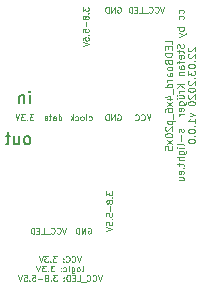
<source format=gbr>
G04 #@! TF.GenerationSoftware,KiCad,Pcbnew,5.99.0-unknown-103b0c1~100~ubuntu19.10.1*
G04 #@! TF.CreationDate,2020-03-22T12:14:24+01:00*
G04 #@! TF.ProjectId,LEDBoard_4x6_p20x5,4c454442-6f61-4726-945f-3478365f7032,v1.0.0*
G04 #@! TF.SameCoordinates,Original*
G04 #@! TF.FileFunction,Legend,Bot*
G04 #@! TF.FilePolarity,Positive*
%FSLAX46Y46*%
G04 Gerber Fmt 4.6, Leading zero omitted, Abs format (unit mm)*
G04 Created by KiCad (PCBNEW 5.99.0-unknown-103b0c1~100~ubuntu19.10.1) date 2020-03-22 12:14:24*
%MOMM*%
%LPD*%
G01*
G04 APERTURE LIST*
%ADD10C,0.100000*%
%ADD11C,0.150000*%
G04 APERTURE END LIST*
D10*
X98726190Y-90657142D02*
X98726190Y-90966666D01*
X98916666Y-90800000D01*
X98916666Y-90871428D01*
X98940476Y-90919047D01*
X98964285Y-90942857D01*
X99011904Y-90966666D01*
X99130952Y-90966666D01*
X99178571Y-90942857D01*
X99202380Y-90919047D01*
X99226190Y-90871428D01*
X99226190Y-90728571D01*
X99202380Y-90680952D01*
X99178571Y-90657142D01*
X99178571Y-91180952D02*
X99202380Y-91204761D01*
X99226190Y-91180952D01*
X99202380Y-91157142D01*
X99178571Y-91180952D01*
X99226190Y-91180952D01*
X98940476Y-91490476D02*
X98916666Y-91442857D01*
X98892857Y-91419047D01*
X98845238Y-91395238D01*
X98821428Y-91395238D01*
X98773809Y-91419047D01*
X98750000Y-91442857D01*
X98726190Y-91490476D01*
X98726190Y-91585714D01*
X98750000Y-91633333D01*
X98773809Y-91657142D01*
X98821428Y-91680952D01*
X98845238Y-91680952D01*
X98892857Y-91657142D01*
X98916666Y-91633333D01*
X98940476Y-91585714D01*
X98940476Y-91490476D01*
X98964285Y-91442857D01*
X98988095Y-91419047D01*
X99035714Y-91395238D01*
X99130952Y-91395238D01*
X99178571Y-91419047D01*
X99202380Y-91442857D01*
X99226190Y-91490476D01*
X99226190Y-91585714D01*
X99202380Y-91633333D01*
X99178571Y-91657142D01*
X99130952Y-91680952D01*
X99035714Y-91680952D01*
X98988095Y-91657142D01*
X98964285Y-91633333D01*
X98940476Y-91585714D01*
X99035714Y-91895238D02*
X99035714Y-92276190D01*
X98726190Y-92752380D02*
X98726190Y-92514285D01*
X98964285Y-92490476D01*
X98940476Y-92514285D01*
X98916666Y-92561904D01*
X98916666Y-92680952D01*
X98940476Y-92728571D01*
X98964285Y-92752380D01*
X99011904Y-92776190D01*
X99130952Y-92776190D01*
X99178571Y-92752380D01*
X99202380Y-92728571D01*
X99226190Y-92680952D01*
X99226190Y-92561904D01*
X99202380Y-92514285D01*
X99178571Y-92490476D01*
X99178571Y-92990476D02*
X99202380Y-93014285D01*
X99226190Y-92990476D01*
X99202380Y-92966666D01*
X99178571Y-92990476D01*
X99226190Y-92990476D01*
X98726190Y-93466666D02*
X98726190Y-93228571D01*
X98964285Y-93204761D01*
X98940476Y-93228571D01*
X98916666Y-93276190D01*
X98916666Y-93395238D01*
X98940476Y-93442857D01*
X98964285Y-93466666D01*
X99011904Y-93490476D01*
X99130952Y-93490476D01*
X99178571Y-93466666D01*
X99202380Y-93442857D01*
X99226190Y-93395238D01*
X99226190Y-93276190D01*
X99202380Y-93228571D01*
X99178571Y-93204761D01*
X98726190Y-93633333D02*
X99226190Y-93800000D01*
X98726190Y-93966666D01*
X100726190Y-106257142D02*
X100726190Y-106566666D01*
X100916666Y-106400000D01*
X100916666Y-106471428D01*
X100940476Y-106519047D01*
X100964285Y-106542857D01*
X101011904Y-106566666D01*
X101130952Y-106566666D01*
X101178571Y-106542857D01*
X101202380Y-106519047D01*
X101226190Y-106471428D01*
X101226190Y-106328571D01*
X101202380Y-106280952D01*
X101178571Y-106257142D01*
X101178571Y-106780952D02*
X101202380Y-106804761D01*
X101226190Y-106780952D01*
X101202380Y-106757142D01*
X101178571Y-106780952D01*
X101226190Y-106780952D01*
X100940476Y-107090476D02*
X100916666Y-107042857D01*
X100892857Y-107019047D01*
X100845238Y-106995238D01*
X100821428Y-106995238D01*
X100773809Y-107019047D01*
X100750000Y-107042857D01*
X100726190Y-107090476D01*
X100726190Y-107185714D01*
X100750000Y-107233333D01*
X100773809Y-107257142D01*
X100821428Y-107280952D01*
X100845238Y-107280952D01*
X100892857Y-107257142D01*
X100916666Y-107233333D01*
X100940476Y-107185714D01*
X100940476Y-107090476D01*
X100964285Y-107042857D01*
X100988095Y-107019047D01*
X101035714Y-106995238D01*
X101130952Y-106995238D01*
X101178571Y-107019047D01*
X101202380Y-107042857D01*
X101226190Y-107090476D01*
X101226190Y-107185714D01*
X101202380Y-107233333D01*
X101178571Y-107257142D01*
X101130952Y-107280952D01*
X101035714Y-107280952D01*
X100988095Y-107257142D01*
X100964285Y-107233333D01*
X100940476Y-107185714D01*
X101035714Y-107495238D02*
X101035714Y-107876190D01*
X100726190Y-108352380D02*
X100726190Y-108114285D01*
X100964285Y-108090476D01*
X100940476Y-108114285D01*
X100916666Y-108161904D01*
X100916666Y-108280952D01*
X100940476Y-108328571D01*
X100964285Y-108352380D01*
X101011904Y-108376190D01*
X101130952Y-108376190D01*
X101178571Y-108352380D01*
X101202380Y-108328571D01*
X101226190Y-108280952D01*
X101226190Y-108161904D01*
X101202380Y-108114285D01*
X101178571Y-108090476D01*
X101178571Y-108590476D02*
X101202380Y-108614285D01*
X101226190Y-108590476D01*
X101202380Y-108566666D01*
X101178571Y-108590476D01*
X101226190Y-108590476D01*
X100726190Y-109066666D02*
X100726190Y-108828571D01*
X100964285Y-108804761D01*
X100940476Y-108828571D01*
X100916666Y-108876190D01*
X100916666Y-108995238D01*
X100940476Y-109042857D01*
X100964285Y-109066666D01*
X101011904Y-109090476D01*
X101130952Y-109090476D01*
X101178571Y-109066666D01*
X101202380Y-109042857D01*
X101226190Y-108995238D01*
X101226190Y-108876190D01*
X101202380Y-108828571D01*
X101178571Y-108804761D01*
X100726190Y-109233333D02*
X101226190Y-109400000D01*
X100726190Y-109566666D01*
X94538095Y-99726190D02*
X94228571Y-99726190D01*
X94395238Y-99916666D01*
X94323809Y-99916666D01*
X94276190Y-99940476D01*
X94252380Y-99964285D01*
X94228571Y-100011904D01*
X94228571Y-100130952D01*
X94252380Y-100178571D01*
X94276190Y-100202380D01*
X94323809Y-100226190D01*
X94466666Y-100226190D01*
X94514285Y-100202380D01*
X94538095Y-100178571D01*
X94014285Y-100178571D02*
X93990476Y-100202380D01*
X94014285Y-100226190D01*
X94038095Y-100202380D01*
X94014285Y-100178571D01*
X94014285Y-100226190D01*
X93823809Y-99726190D02*
X93514285Y-99726190D01*
X93680952Y-99916666D01*
X93609523Y-99916666D01*
X93561904Y-99940476D01*
X93538095Y-99964285D01*
X93514285Y-100011904D01*
X93514285Y-100130952D01*
X93538095Y-100178571D01*
X93561904Y-100202380D01*
X93609523Y-100226190D01*
X93752380Y-100226190D01*
X93800000Y-100202380D01*
X93823809Y-100178571D01*
X93371428Y-99726190D02*
X93204761Y-100226190D01*
X93038095Y-99726190D01*
X98585714Y-111721190D02*
X98419047Y-112221190D01*
X98252380Y-111721190D01*
X97800000Y-112173571D02*
X97823809Y-112197380D01*
X97895238Y-112221190D01*
X97942857Y-112221190D01*
X98014285Y-112197380D01*
X98061904Y-112149761D01*
X98085714Y-112102142D01*
X98109523Y-112006904D01*
X98109523Y-111935476D01*
X98085714Y-111840238D01*
X98061904Y-111792619D01*
X98014285Y-111745000D01*
X97942857Y-111721190D01*
X97895238Y-111721190D01*
X97823809Y-111745000D01*
X97800000Y-111768809D01*
X97300000Y-112173571D02*
X97323809Y-112197380D01*
X97395238Y-112221190D01*
X97442857Y-112221190D01*
X97514285Y-112197380D01*
X97561904Y-112149761D01*
X97585714Y-112102142D01*
X97609523Y-112006904D01*
X97609523Y-111935476D01*
X97585714Y-111840238D01*
X97561904Y-111792619D01*
X97514285Y-111745000D01*
X97442857Y-111721190D01*
X97395238Y-111721190D01*
X97323809Y-111745000D01*
X97300000Y-111768809D01*
X97085714Y-112173571D02*
X97061904Y-112197380D01*
X97085714Y-112221190D01*
X97109523Y-112197380D01*
X97085714Y-112173571D01*
X97085714Y-112221190D01*
X97085714Y-111911666D02*
X97061904Y-111935476D01*
X97085714Y-111959285D01*
X97109523Y-111935476D01*
X97085714Y-111911666D01*
X97085714Y-111959285D01*
X96514285Y-111721190D02*
X96204761Y-111721190D01*
X96371428Y-111911666D01*
X96300000Y-111911666D01*
X96252380Y-111935476D01*
X96228571Y-111959285D01*
X96204761Y-112006904D01*
X96204761Y-112125952D01*
X96228571Y-112173571D01*
X96252380Y-112197380D01*
X96300000Y-112221190D01*
X96442857Y-112221190D01*
X96490476Y-112197380D01*
X96514285Y-112173571D01*
X95990476Y-112173571D02*
X95966666Y-112197380D01*
X95990476Y-112221190D01*
X96014285Y-112197380D01*
X95990476Y-112173571D01*
X95990476Y-112221190D01*
X95800000Y-111721190D02*
X95490476Y-111721190D01*
X95657142Y-111911666D01*
X95585714Y-111911666D01*
X95538095Y-111935476D01*
X95514285Y-111959285D01*
X95490476Y-112006904D01*
X95490476Y-112125952D01*
X95514285Y-112173571D01*
X95538095Y-112197380D01*
X95585714Y-112221190D01*
X95728571Y-112221190D01*
X95776190Y-112197380D01*
X95800000Y-112173571D01*
X95347619Y-111721190D02*
X95180952Y-112221190D01*
X95014285Y-111721190D01*
X98645238Y-113026190D02*
X98692857Y-113002380D01*
X98716666Y-112954761D01*
X98716666Y-112526190D01*
X98383333Y-113026190D02*
X98430952Y-113002380D01*
X98454761Y-112978571D01*
X98478571Y-112930952D01*
X98478571Y-112788095D01*
X98454761Y-112740476D01*
X98430952Y-112716666D01*
X98383333Y-112692857D01*
X98311904Y-112692857D01*
X98264285Y-112716666D01*
X98240476Y-112740476D01*
X98216666Y-112788095D01*
X98216666Y-112930952D01*
X98240476Y-112978571D01*
X98264285Y-113002380D01*
X98311904Y-113026190D01*
X98383333Y-113026190D01*
X97788095Y-112692857D02*
X97788095Y-113097619D01*
X97811904Y-113145238D01*
X97835714Y-113169047D01*
X97883333Y-113192857D01*
X97954761Y-113192857D01*
X98002380Y-113169047D01*
X97788095Y-113002380D02*
X97835714Y-113026190D01*
X97930952Y-113026190D01*
X97978571Y-113002380D01*
X98002380Y-112978571D01*
X98026190Y-112930952D01*
X98026190Y-112788095D01*
X98002380Y-112740476D01*
X97978571Y-112716666D01*
X97930952Y-112692857D01*
X97835714Y-112692857D01*
X97788095Y-112716666D01*
X97550000Y-113026190D02*
X97550000Y-112692857D01*
X97550000Y-112526190D02*
X97573809Y-112550000D01*
X97550000Y-112573809D01*
X97526190Y-112550000D01*
X97550000Y-112526190D01*
X97550000Y-112573809D01*
X97097619Y-113002380D02*
X97145238Y-113026190D01*
X97240476Y-113026190D01*
X97288095Y-113002380D01*
X97311904Y-112978571D01*
X97335714Y-112930952D01*
X97335714Y-112788095D01*
X97311904Y-112740476D01*
X97288095Y-112716666D01*
X97240476Y-112692857D01*
X97145238Y-112692857D01*
X97097619Y-112716666D01*
X96883333Y-112978571D02*
X96859523Y-113002380D01*
X96883333Y-113026190D01*
X96907142Y-113002380D01*
X96883333Y-112978571D01*
X96883333Y-113026190D01*
X96883333Y-112716666D02*
X96859523Y-112740476D01*
X96883333Y-112764285D01*
X96907142Y-112740476D01*
X96883333Y-112716666D01*
X96883333Y-112764285D01*
X96311904Y-112526190D02*
X96002380Y-112526190D01*
X96169047Y-112716666D01*
X96097619Y-112716666D01*
X96050000Y-112740476D01*
X96026190Y-112764285D01*
X96002380Y-112811904D01*
X96002380Y-112930952D01*
X96026190Y-112978571D01*
X96050000Y-113002380D01*
X96097619Y-113026190D01*
X96240476Y-113026190D01*
X96288095Y-113002380D01*
X96311904Y-112978571D01*
X95788095Y-112978571D02*
X95764285Y-113002380D01*
X95788095Y-113026190D01*
X95811904Y-113002380D01*
X95788095Y-112978571D01*
X95788095Y-113026190D01*
X95597619Y-112526190D02*
X95288095Y-112526190D01*
X95454761Y-112716666D01*
X95383333Y-112716666D01*
X95335714Y-112740476D01*
X95311904Y-112764285D01*
X95288095Y-112811904D01*
X95288095Y-112930952D01*
X95311904Y-112978571D01*
X95335714Y-113002380D01*
X95383333Y-113026190D01*
X95526190Y-113026190D01*
X95573809Y-113002380D01*
X95597619Y-112978571D01*
X95145238Y-112526190D02*
X94978571Y-113026190D01*
X94811904Y-112526190D01*
X100359523Y-113331190D02*
X100192857Y-113831190D01*
X100026190Y-113331190D01*
X99573809Y-113783571D02*
X99597619Y-113807380D01*
X99669047Y-113831190D01*
X99716666Y-113831190D01*
X99788095Y-113807380D01*
X99835714Y-113759761D01*
X99859523Y-113712142D01*
X99883333Y-113616904D01*
X99883333Y-113545476D01*
X99859523Y-113450238D01*
X99835714Y-113402619D01*
X99788095Y-113355000D01*
X99716666Y-113331190D01*
X99669047Y-113331190D01*
X99597619Y-113355000D01*
X99573809Y-113378809D01*
X99073809Y-113783571D02*
X99097619Y-113807380D01*
X99169047Y-113831190D01*
X99216666Y-113831190D01*
X99288095Y-113807380D01*
X99335714Y-113759761D01*
X99359523Y-113712142D01*
X99383333Y-113616904D01*
X99383333Y-113545476D01*
X99359523Y-113450238D01*
X99335714Y-113402619D01*
X99288095Y-113355000D01*
X99216666Y-113331190D01*
X99169047Y-113331190D01*
X99097619Y-113355000D01*
X99073809Y-113378809D01*
X98978571Y-113878809D02*
X98597619Y-113878809D01*
X98240476Y-113831190D02*
X98478571Y-113831190D01*
X98478571Y-113331190D01*
X98073809Y-113569285D02*
X97907142Y-113569285D01*
X97835714Y-113831190D02*
X98073809Y-113831190D01*
X98073809Y-113331190D01*
X97835714Y-113331190D01*
X97621428Y-113831190D02*
X97621428Y-113331190D01*
X97502380Y-113331190D01*
X97430952Y-113355000D01*
X97383333Y-113402619D01*
X97359523Y-113450238D01*
X97335714Y-113545476D01*
X97335714Y-113616904D01*
X97359523Y-113712142D01*
X97383333Y-113759761D01*
X97430952Y-113807380D01*
X97502380Y-113831190D01*
X97621428Y-113831190D01*
X97121428Y-113783571D02*
X97097619Y-113807380D01*
X97121428Y-113831190D01*
X97145238Y-113807380D01*
X97121428Y-113783571D01*
X97121428Y-113831190D01*
X97121428Y-113521666D02*
X97097619Y-113545476D01*
X97121428Y-113569285D01*
X97145238Y-113545476D01*
X97121428Y-113521666D01*
X97121428Y-113569285D01*
X96550000Y-113331190D02*
X96240476Y-113331190D01*
X96407142Y-113521666D01*
X96335714Y-113521666D01*
X96288095Y-113545476D01*
X96264285Y-113569285D01*
X96240476Y-113616904D01*
X96240476Y-113735952D01*
X96264285Y-113783571D01*
X96288095Y-113807380D01*
X96335714Y-113831190D01*
X96478571Y-113831190D01*
X96526190Y-113807380D01*
X96550000Y-113783571D01*
X96026190Y-113783571D02*
X96002380Y-113807380D01*
X96026190Y-113831190D01*
X96050000Y-113807380D01*
X96026190Y-113783571D01*
X96026190Y-113831190D01*
X95716666Y-113545476D02*
X95764285Y-113521666D01*
X95788095Y-113497857D01*
X95811904Y-113450238D01*
X95811904Y-113426428D01*
X95788095Y-113378809D01*
X95764285Y-113355000D01*
X95716666Y-113331190D01*
X95621428Y-113331190D01*
X95573809Y-113355000D01*
X95550000Y-113378809D01*
X95526190Y-113426428D01*
X95526190Y-113450238D01*
X95550000Y-113497857D01*
X95573809Y-113521666D01*
X95621428Y-113545476D01*
X95716666Y-113545476D01*
X95764285Y-113569285D01*
X95788095Y-113593095D01*
X95811904Y-113640714D01*
X95811904Y-113735952D01*
X95788095Y-113783571D01*
X95764285Y-113807380D01*
X95716666Y-113831190D01*
X95621428Y-113831190D01*
X95573809Y-113807380D01*
X95550000Y-113783571D01*
X95526190Y-113735952D01*
X95526190Y-113640714D01*
X95550000Y-113593095D01*
X95573809Y-113569285D01*
X95621428Y-113545476D01*
X95311904Y-113640714D02*
X94930952Y-113640714D01*
X94454761Y-113331190D02*
X94692857Y-113331190D01*
X94716666Y-113569285D01*
X94692857Y-113545476D01*
X94645238Y-113521666D01*
X94526190Y-113521666D01*
X94478571Y-113545476D01*
X94454761Y-113569285D01*
X94430952Y-113616904D01*
X94430952Y-113735952D01*
X94454761Y-113783571D01*
X94478571Y-113807380D01*
X94526190Y-113831190D01*
X94645238Y-113831190D01*
X94692857Y-113807380D01*
X94716666Y-113783571D01*
X94216666Y-113783571D02*
X94192857Y-113807380D01*
X94216666Y-113831190D01*
X94240476Y-113807380D01*
X94216666Y-113783571D01*
X94216666Y-113831190D01*
X93740476Y-113331190D02*
X93978571Y-113331190D01*
X94002380Y-113569285D01*
X93978571Y-113545476D01*
X93930952Y-113521666D01*
X93811904Y-113521666D01*
X93764285Y-113545476D01*
X93740476Y-113569285D01*
X93716666Y-113616904D01*
X93716666Y-113735952D01*
X93740476Y-113783571D01*
X93764285Y-113807380D01*
X93811904Y-113831190D01*
X93930952Y-113831190D01*
X93978571Y-113807380D01*
X94002380Y-113783571D01*
X93573809Y-113331190D02*
X93407142Y-113831190D01*
X93240476Y-113331190D01*
X106305428Y-93771428D02*
X106305428Y-93485714D01*
X105705428Y-93485714D01*
X105991142Y-93971428D02*
X105991142Y-94171428D01*
X106305428Y-94257142D02*
X106305428Y-93971428D01*
X105705428Y-93971428D01*
X105705428Y-94257142D01*
X106305428Y-94514285D02*
X105705428Y-94514285D01*
X105705428Y-94657142D01*
X105734000Y-94742857D01*
X105791142Y-94800000D01*
X105848285Y-94828571D01*
X105962571Y-94857142D01*
X106048285Y-94857142D01*
X106162571Y-94828571D01*
X106219714Y-94800000D01*
X106276857Y-94742857D01*
X106305428Y-94657142D01*
X106305428Y-94514285D01*
X105991142Y-95314285D02*
X106019714Y-95400000D01*
X106048285Y-95428571D01*
X106105428Y-95457142D01*
X106191142Y-95457142D01*
X106248285Y-95428571D01*
X106276857Y-95400000D01*
X106305428Y-95342857D01*
X106305428Y-95114285D01*
X105705428Y-95114285D01*
X105705428Y-95314285D01*
X105734000Y-95371428D01*
X105762571Y-95400000D01*
X105819714Y-95428571D01*
X105876857Y-95428571D01*
X105934000Y-95400000D01*
X105962571Y-95371428D01*
X105991142Y-95314285D01*
X105991142Y-95114285D01*
X106305428Y-95800000D02*
X106276857Y-95742857D01*
X106248285Y-95714285D01*
X106191142Y-95685714D01*
X106019714Y-95685714D01*
X105962571Y-95714285D01*
X105934000Y-95742857D01*
X105905428Y-95800000D01*
X105905428Y-95885714D01*
X105934000Y-95942857D01*
X105962571Y-95971428D01*
X106019714Y-96000000D01*
X106191142Y-96000000D01*
X106248285Y-95971428D01*
X106276857Y-95942857D01*
X106305428Y-95885714D01*
X106305428Y-95800000D01*
X106305428Y-96514285D02*
X105991142Y-96514285D01*
X105934000Y-96485714D01*
X105905428Y-96428571D01*
X105905428Y-96314285D01*
X105934000Y-96257142D01*
X106276857Y-96514285D02*
X106305428Y-96457142D01*
X106305428Y-96314285D01*
X106276857Y-96257142D01*
X106219714Y-96228571D01*
X106162571Y-96228571D01*
X106105428Y-96257142D01*
X106076857Y-96314285D01*
X106076857Y-96457142D01*
X106048285Y-96514285D01*
X106305428Y-96800000D02*
X105905428Y-96800000D01*
X106019714Y-96800000D02*
X105962571Y-96828571D01*
X105934000Y-96857142D01*
X105905428Y-96914285D01*
X105905428Y-96971428D01*
X106305428Y-97428571D02*
X105705428Y-97428571D01*
X106276857Y-97428571D02*
X106305428Y-97371428D01*
X106305428Y-97257142D01*
X106276857Y-97200000D01*
X106248285Y-97171428D01*
X106191142Y-97142857D01*
X106019714Y-97142857D01*
X105962571Y-97171428D01*
X105934000Y-97200000D01*
X105905428Y-97257142D01*
X105905428Y-97371428D01*
X105934000Y-97428571D01*
X106362571Y-97571428D02*
X106362571Y-98028571D01*
X105905428Y-98428571D02*
X106305428Y-98428571D01*
X105676857Y-98285714D02*
X106105428Y-98142857D01*
X106105428Y-98514285D01*
X106305428Y-98685714D02*
X105905428Y-99000000D01*
X105905428Y-98685714D02*
X106305428Y-99000000D01*
X105705428Y-99485714D02*
X105705428Y-99371428D01*
X105734000Y-99314285D01*
X105762571Y-99285714D01*
X105848285Y-99228571D01*
X105962571Y-99200000D01*
X106191142Y-99200000D01*
X106248285Y-99228571D01*
X106276857Y-99257142D01*
X106305428Y-99314285D01*
X106305428Y-99428571D01*
X106276857Y-99485714D01*
X106248285Y-99514285D01*
X106191142Y-99542857D01*
X106048285Y-99542857D01*
X105991142Y-99514285D01*
X105962571Y-99485714D01*
X105934000Y-99428571D01*
X105934000Y-99314285D01*
X105962571Y-99257142D01*
X105991142Y-99228571D01*
X106048285Y-99200000D01*
X106362571Y-99657142D02*
X106362571Y-100114285D01*
X105905428Y-100257142D02*
X106505428Y-100257142D01*
X105934000Y-100257142D02*
X105905428Y-100314285D01*
X105905428Y-100428571D01*
X105934000Y-100485714D01*
X105962571Y-100514285D01*
X106019714Y-100542857D01*
X106191142Y-100542857D01*
X106248285Y-100514285D01*
X106276857Y-100485714D01*
X106305428Y-100428571D01*
X106305428Y-100314285D01*
X106276857Y-100257142D01*
X105762571Y-100771428D02*
X105734000Y-100800000D01*
X105705428Y-100857142D01*
X105705428Y-101000000D01*
X105734000Y-101057142D01*
X105762571Y-101085714D01*
X105819714Y-101114285D01*
X105876857Y-101114285D01*
X105962571Y-101085714D01*
X106305428Y-100742857D01*
X106305428Y-101114285D01*
X105705428Y-101485714D02*
X105705428Y-101542857D01*
X105734000Y-101600000D01*
X105762571Y-101628571D01*
X105819714Y-101657142D01*
X105934000Y-101685714D01*
X106076857Y-101685714D01*
X106191142Y-101657142D01*
X106248285Y-101628571D01*
X106276857Y-101600000D01*
X106305428Y-101542857D01*
X106305428Y-101485714D01*
X106276857Y-101428571D01*
X106248285Y-101400000D01*
X106191142Y-101371428D01*
X106076857Y-101342857D01*
X105934000Y-101342857D01*
X105819714Y-101371428D01*
X105762571Y-101400000D01*
X105734000Y-101428571D01*
X105705428Y-101485714D01*
X106305428Y-101885714D02*
X105905428Y-102200000D01*
X105905428Y-101885714D02*
X106305428Y-102200000D01*
X105705428Y-102714285D02*
X105705428Y-102428571D01*
X105991142Y-102400000D01*
X105962571Y-102428571D01*
X105934000Y-102485714D01*
X105934000Y-102628571D01*
X105962571Y-102685714D01*
X105991142Y-102714285D01*
X106048285Y-102742857D01*
X106191142Y-102742857D01*
X106248285Y-102714285D01*
X106276857Y-102685714D01*
X106305428Y-102628571D01*
X106305428Y-102485714D01*
X106276857Y-102428571D01*
X106248285Y-102400000D01*
X107242857Y-91142857D02*
X107271428Y-91085714D01*
X107271428Y-90971428D01*
X107242857Y-90914285D01*
X107214285Y-90885714D01*
X107157142Y-90857142D01*
X106985714Y-90857142D01*
X106928571Y-90885714D01*
X106900000Y-90914285D01*
X106871428Y-90971428D01*
X106871428Y-91085714D01*
X106900000Y-91142857D01*
X107242857Y-91657142D02*
X107271428Y-91600000D01*
X107271428Y-91485714D01*
X107242857Y-91428571D01*
X107214285Y-91400000D01*
X107157142Y-91371428D01*
X106985714Y-91371428D01*
X106928571Y-91400000D01*
X106900000Y-91428571D01*
X106871428Y-91485714D01*
X106871428Y-91600000D01*
X106900000Y-91657142D01*
X107271428Y-92371428D02*
X106671428Y-92371428D01*
X106900000Y-92371428D02*
X106871428Y-92428571D01*
X106871428Y-92542857D01*
X106900000Y-92600000D01*
X106928571Y-92628571D01*
X106985714Y-92657142D01*
X107157142Y-92657142D01*
X107214285Y-92628571D01*
X107242857Y-92600000D01*
X107271428Y-92542857D01*
X107271428Y-92428571D01*
X107242857Y-92371428D01*
X106871428Y-92857142D02*
X107271428Y-93000000D01*
X106871428Y-93142857D02*
X107271428Y-93000000D01*
X107414285Y-92942857D01*
X107442857Y-92914285D01*
X107471428Y-92857142D01*
X107242857Y-93800000D02*
X107271428Y-93885714D01*
X107271428Y-94028571D01*
X107242857Y-94085714D01*
X107214285Y-94114285D01*
X107157142Y-94142857D01*
X107100000Y-94142857D01*
X107042857Y-94114285D01*
X107014285Y-94085714D01*
X106985714Y-94028571D01*
X106957142Y-93914285D01*
X106928571Y-93857142D01*
X106900000Y-93828571D01*
X106842857Y-93800000D01*
X106785714Y-93800000D01*
X106728571Y-93828571D01*
X106700000Y-93857142D01*
X106671428Y-93914285D01*
X106671428Y-94057142D01*
X106700000Y-94142857D01*
X106871428Y-94314285D02*
X106871428Y-94542857D01*
X106671428Y-94400000D02*
X107185714Y-94400000D01*
X107242857Y-94428571D01*
X107271428Y-94485714D01*
X107271428Y-94542857D01*
X107242857Y-94971428D02*
X107271428Y-94914285D01*
X107271428Y-94800000D01*
X107242857Y-94742857D01*
X107185714Y-94714285D01*
X106957142Y-94714285D01*
X106900000Y-94742857D01*
X106871428Y-94800000D01*
X106871428Y-94914285D01*
X106900000Y-94971428D01*
X106957142Y-95000000D01*
X107014285Y-95000000D01*
X107071428Y-94714285D01*
X106871428Y-95171428D02*
X106871428Y-95400000D01*
X107271428Y-95257142D02*
X106757142Y-95257142D01*
X106700000Y-95285714D01*
X106671428Y-95342857D01*
X106671428Y-95400000D01*
X107271428Y-95857142D02*
X106957142Y-95857142D01*
X106900000Y-95828571D01*
X106871428Y-95771428D01*
X106871428Y-95657142D01*
X106900000Y-95600000D01*
X107242857Y-95857142D02*
X107271428Y-95800000D01*
X107271428Y-95657142D01*
X107242857Y-95600000D01*
X107185714Y-95571428D01*
X107128571Y-95571428D01*
X107071428Y-95600000D01*
X107042857Y-95657142D01*
X107042857Y-95800000D01*
X107014285Y-95857142D01*
X106871428Y-96142857D02*
X107271428Y-96142857D01*
X106928571Y-96142857D02*
X106900000Y-96171428D01*
X106871428Y-96228571D01*
X106871428Y-96314285D01*
X106900000Y-96371428D01*
X106957142Y-96400000D01*
X107271428Y-96400000D01*
X107271428Y-97142857D02*
X106671428Y-97142857D01*
X107271428Y-97485714D02*
X106928571Y-97228571D01*
X106671428Y-97485714D02*
X107014285Y-97142857D01*
X107271428Y-97742857D02*
X106871428Y-97742857D01*
X106985714Y-97742857D02*
X106928571Y-97771428D01*
X106900000Y-97800000D01*
X106871428Y-97857142D01*
X106871428Y-97914285D01*
X106871428Y-98371428D02*
X107271428Y-98371428D01*
X106871428Y-98114285D02*
X107185714Y-98114285D01*
X107242857Y-98142857D01*
X107271428Y-98200000D01*
X107271428Y-98285714D01*
X107242857Y-98342857D01*
X107214285Y-98371428D01*
X106671428Y-98142857D02*
X106700000Y-98171428D01*
X106728571Y-98142857D01*
X106700000Y-98114285D01*
X106671428Y-98142857D01*
X106728571Y-98142857D01*
X106671428Y-98371428D02*
X106700000Y-98400000D01*
X106728571Y-98371428D01*
X106700000Y-98342857D01*
X106671428Y-98371428D01*
X106728571Y-98371428D01*
X106871428Y-98914285D02*
X107357142Y-98914285D01*
X107414285Y-98885714D01*
X107442857Y-98857142D01*
X107471428Y-98800000D01*
X107471428Y-98714285D01*
X107442857Y-98657142D01*
X107242857Y-98914285D02*
X107271428Y-98857142D01*
X107271428Y-98742857D01*
X107242857Y-98685714D01*
X107214285Y-98657142D01*
X107157142Y-98628571D01*
X106985714Y-98628571D01*
X106928571Y-98657142D01*
X106900000Y-98685714D01*
X106871428Y-98742857D01*
X106871428Y-98857142D01*
X106900000Y-98914285D01*
X107242857Y-99428571D02*
X107271428Y-99371428D01*
X107271428Y-99257142D01*
X107242857Y-99200000D01*
X107185714Y-99171428D01*
X106957142Y-99171428D01*
X106900000Y-99200000D01*
X106871428Y-99257142D01*
X106871428Y-99371428D01*
X106900000Y-99428571D01*
X106957142Y-99457142D01*
X107014285Y-99457142D01*
X107071428Y-99171428D01*
X107271428Y-99714285D02*
X106871428Y-99714285D01*
X106985714Y-99714285D02*
X106928571Y-99742857D01*
X106900000Y-99771428D01*
X106871428Y-99828571D01*
X106871428Y-99885714D01*
X107242857Y-100971428D02*
X107271428Y-101028571D01*
X107271428Y-101142857D01*
X107242857Y-101200000D01*
X107185714Y-101228571D01*
X107157142Y-101228571D01*
X107100000Y-101200000D01*
X107071428Y-101142857D01*
X107071428Y-101057142D01*
X107042857Y-101000000D01*
X106985714Y-100971428D01*
X106957142Y-100971428D01*
X106900000Y-101000000D01*
X106871428Y-101057142D01*
X106871428Y-101142857D01*
X106900000Y-101200000D01*
X107042857Y-101485714D02*
X107042857Y-101942857D01*
X107271428Y-102314285D02*
X107242857Y-102257142D01*
X107185714Y-102228571D01*
X106671428Y-102228571D01*
X107271428Y-102542857D02*
X106871428Y-102542857D01*
X106671428Y-102542857D02*
X106700000Y-102514285D01*
X106728571Y-102542857D01*
X106700000Y-102571428D01*
X106671428Y-102542857D01*
X106728571Y-102542857D01*
X106871428Y-103085714D02*
X107357142Y-103085714D01*
X107414285Y-103057142D01*
X107442857Y-103028571D01*
X107471428Y-102971428D01*
X107471428Y-102885714D01*
X107442857Y-102828571D01*
X107242857Y-103085714D02*
X107271428Y-103028571D01*
X107271428Y-102914285D01*
X107242857Y-102857142D01*
X107214285Y-102828571D01*
X107157142Y-102800000D01*
X106985714Y-102800000D01*
X106928571Y-102828571D01*
X106900000Y-102857142D01*
X106871428Y-102914285D01*
X106871428Y-103028571D01*
X106900000Y-103085714D01*
X107271428Y-103371428D02*
X106671428Y-103371428D01*
X107271428Y-103628571D02*
X106957142Y-103628571D01*
X106900000Y-103600000D01*
X106871428Y-103542857D01*
X106871428Y-103457142D01*
X106900000Y-103400000D01*
X106928571Y-103371428D01*
X106871428Y-103828571D02*
X106871428Y-104057142D01*
X106671428Y-103914285D02*
X107185714Y-103914285D01*
X107242857Y-103942857D01*
X107271428Y-104000000D01*
X107271428Y-104057142D01*
X107214285Y-104257142D02*
X107242857Y-104285714D01*
X107271428Y-104257142D01*
X107242857Y-104228571D01*
X107214285Y-104257142D01*
X107271428Y-104257142D01*
X107242857Y-104771428D02*
X107271428Y-104714285D01*
X107271428Y-104600000D01*
X107242857Y-104542857D01*
X107185714Y-104514285D01*
X106957142Y-104514285D01*
X106900000Y-104542857D01*
X106871428Y-104600000D01*
X106871428Y-104714285D01*
X106900000Y-104771428D01*
X106957142Y-104800000D01*
X107014285Y-104800000D01*
X107071428Y-104514285D01*
X106871428Y-105314285D02*
X107271428Y-105314285D01*
X106871428Y-105057142D02*
X107185714Y-105057142D01*
X107242857Y-105085714D01*
X107271428Y-105142857D01*
X107271428Y-105228571D01*
X107242857Y-105285714D01*
X107214285Y-105314285D01*
X107694571Y-94042857D02*
X107666000Y-94071428D01*
X107637428Y-94128571D01*
X107637428Y-94271428D01*
X107666000Y-94328571D01*
X107694571Y-94357142D01*
X107751714Y-94385714D01*
X107808857Y-94385714D01*
X107894571Y-94357142D01*
X108237428Y-94014285D01*
X108237428Y-94385714D01*
X107694571Y-94614285D02*
X107666000Y-94642857D01*
X107637428Y-94700000D01*
X107637428Y-94842857D01*
X107666000Y-94900000D01*
X107694571Y-94928571D01*
X107751714Y-94957142D01*
X107808857Y-94957142D01*
X107894571Y-94928571D01*
X108237428Y-94585714D01*
X108237428Y-94957142D01*
X108180285Y-95214285D02*
X108208857Y-95242857D01*
X108237428Y-95214285D01*
X108208857Y-95185714D01*
X108180285Y-95214285D01*
X108237428Y-95214285D01*
X107637428Y-95614285D02*
X107637428Y-95671428D01*
X107666000Y-95728571D01*
X107694571Y-95757142D01*
X107751714Y-95785714D01*
X107866000Y-95814285D01*
X108008857Y-95814285D01*
X108123142Y-95785714D01*
X108180285Y-95757142D01*
X108208857Y-95728571D01*
X108237428Y-95671428D01*
X108237428Y-95614285D01*
X108208857Y-95557142D01*
X108180285Y-95528571D01*
X108123142Y-95500000D01*
X108008857Y-95471428D01*
X107866000Y-95471428D01*
X107751714Y-95500000D01*
X107694571Y-95528571D01*
X107666000Y-95557142D01*
X107637428Y-95614285D01*
X107637428Y-96014285D02*
X107637428Y-96385714D01*
X107866000Y-96185714D01*
X107866000Y-96271428D01*
X107894571Y-96328571D01*
X107923142Y-96357142D01*
X107980285Y-96385714D01*
X108123142Y-96385714D01*
X108180285Y-96357142D01*
X108208857Y-96328571D01*
X108237428Y-96271428D01*
X108237428Y-96100000D01*
X108208857Y-96042857D01*
X108180285Y-96014285D01*
X108180285Y-96642857D02*
X108208857Y-96671428D01*
X108237428Y-96642857D01*
X108208857Y-96614285D01*
X108180285Y-96642857D01*
X108237428Y-96642857D01*
X107694571Y-96900000D02*
X107666000Y-96928571D01*
X107637428Y-96985714D01*
X107637428Y-97128571D01*
X107666000Y-97185714D01*
X107694571Y-97214285D01*
X107751714Y-97242857D01*
X107808857Y-97242857D01*
X107894571Y-97214285D01*
X108237428Y-96871428D01*
X108237428Y-97242857D01*
X107637428Y-97614285D02*
X107637428Y-97671428D01*
X107666000Y-97728571D01*
X107694571Y-97757142D01*
X107751714Y-97785714D01*
X107866000Y-97814285D01*
X108008857Y-97814285D01*
X108123142Y-97785714D01*
X108180285Y-97757142D01*
X108208857Y-97728571D01*
X108237428Y-97671428D01*
X108237428Y-97614285D01*
X108208857Y-97557142D01*
X108180285Y-97528571D01*
X108123142Y-97500000D01*
X108008857Y-97471428D01*
X107866000Y-97471428D01*
X107751714Y-97500000D01*
X107694571Y-97528571D01*
X107666000Y-97557142D01*
X107637428Y-97614285D01*
X107694571Y-98042857D02*
X107666000Y-98071428D01*
X107637428Y-98128571D01*
X107637428Y-98271428D01*
X107666000Y-98328571D01*
X107694571Y-98357142D01*
X107751714Y-98385714D01*
X107808857Y-98385714D01*
X107894571Y-98357142D01*
X108237428Y-98014285D01*
X108237428Y-98385714D01*
X107637428Y-98757142D02*
X107637428Y-98814285D01*
X107666000Y-98871428D01*
X107694571Y-98900000D01*
X107751714Y-98928571D01*
X107866000Y-98957142D01*
X108008857Y-98957142D01*
X108123142Y-98928571D01*
X108180285Y-98900000D01*
X108208857Y-98871428D01*
X108237428Y-98814285D01*
X108237428Y-98757142D01*
X108208857Y-98700000D01*
X108180285Y-98671428D01*
X108123142Y-98642857D01*
X108008857Y-98614285D01*
X107866000Y-98614285D01*
X107751714Y-98642857D01*
X107694571Y-98671428D01*
X107666000Y-98700000D01*
X107637428Y-98757142D01*
X107837428Y-99614285D02*
X108237428Y-99757142D01*
X107837428Y-99900000D01*
X108237428Y-100442857D02*
X108237428Y-100100000D01*
X108237428Y-100271428D02*
X107637428Y-100271428D01*
X107723142Y-100214285D01*
X107780285Y-100157142D01*
X107808857Y-100100000D01*
X108180285Y-100700000D02*
X108208857Y-100728571D01*
X108237428Y-100700000D01*
X108208857Y-100671428D01*
X108180285Y-100700000D01*
X108237428Y-100700000D01*
X107637428Y-101100000D02*
X107637428Y-101157142D01*
X107666000Y-101214285D01*
X107694571Y-101242857D01*
X107751714Y-101271428D01*
X107866000Y-101300000D01*
X108008857Y-101300000D01*
X108123142Y-101271428D01*
X108180285Y-101242857D01*
X108208857Y-101214285D01*
X108237428Y-101157142D01*
X108237428Y-101100000D01*
X108208857Y-101042857D01*
X108180285Y-101014285D01*
X108123142Y-100985714D01*
X108008857Y-100957142D01*
X107866000Y-100957142D01*
X107751714Y-100985714D01*
X107694571Y-101014285D01*
X107666000Y-101042857D01*
X107637428Y-101100000D01*
X108180285Y-101557142D02*
X108208857Y-101585714D01*
X108237428Y-101557142D01*
X108208857Y-101528571D01*
X108180285Y-101557142D01*
X108237428Y-101557142D01*
X107637428Y-101957142D02*
X107637428Y-102014285D01*
X107666000Y-102071428D01*
X107694571Y-102100000D01*
X107751714Y-102128571D01*
X107866000Y-102157142D01*
X108008857Y-102157142D01*
X108123142Y-102128571D01*
X108180285Y-102100000D01*
X108208857Y-102071428D01*
X108237428Y-102014285D01*
X108237428Y-101957142D01*
X108208857Y-101900000D01*
X108180285Y-101871428D01*
X108123142Y-101842857D01*
X108008857Y-101814285D01*
X107866000Y-101814285D01*
X107751714Y-101842857D01*
X107694571Y-101871428D01*
X107666000Y-101900000D01*
X107637428Y-101957142D01*
X104466666Y-99726190D02*
X104300000Y-100226190D01*
X104133333Y-99726190D01*
X103680952Y-100178571D02*
X103704761Y-100202380D01*
X103776190Y-100226190D01*
X103823809Y-100226190D01*
X103895238Y-100202380D01*
X103942857Y-100154761D01*
X103966666Y-100107142D01*
X103990476Y-100011904D01*
X103990476Y-99940476D01*
X103966666Y-99845238D01*
X103942857Y-99797619D01*
X103895238Y-99750000D01*
X103823809Y-99726190D01*
X103776190Y-99726190D01*
X103704761Y-99750000D01*
X103680952Y-99773809D01*
X103180952Y-100178571D02*
X103204761Y-100202380D01*
X103276190Y-100226190D01*
X103323809Y-100226190D01*
X103395238Y-100202380D01*
X103442857Y-100154761D01*
X103466666Y-100107142D01*
X103490476Y-100011904D01*
X103490476Y-99940476D01*
X103466666Y-99845238D01*
X103442857Y-99797619D01*
X103395238Y-99750000D01*
X103323809Y-99726190D01*
X103276190Y-99726190D01*
X103204761Y-99750000D01*
X103180952Y-99773809D01*
X101680952Y-99750000D02*
X101728571Y-99726190D01*
X101800000Y-99726190D01*
X101871428Y-99750000D01*
X101919047Y-99797619D01*
X101942857Y-99845238D01*
X101966666Y-99940476D01*
X101966666Y-100011904D01*
X101942857Y-100107142D01*
X101919047Y-100154761D01*
X101871428Y-100202380D01*
X101800000Y-100226190D01*
X101752380Y-100226190D01*
X101680952Y-100202380D01*
X101657142Y-100178571D01*
X101657142Y-100011904D01*
X101752380Y-100011904D01*
X101442857Y-100226190D02*
X101442857Y-99726190D01*
X101157142Y-100226190D01*
X101157142Y-99726190D01*
X100919047Y-100226190D02*
X100919047Y-99726190D01*
X100800000Y-99726190D01*
X100728571Y-99750000D01*
X100680952Y-99797619D01*
X100657142Y-99845238D01*
X100633333Y-99940476D01*
X100633333Y-100011904D01*
X100657142Y-100107142D01*
X100680952Y-100154761D01*
X100728571Y-100202380D01*
X100800000Y-100226190D01*
X100919047Y-100226190D01*
X99254761Y-100202380D02*
X99302380Y-100226190D01*
X99397619Y-100226190D01*
X99445238Y-100202380D01*
X99469047Y-100178571D01*
X99492857Y-100130952D01*
X99492857Y-99988095D01*
X99469047Y-99940476D01*
X99445238Y-99916666D01*
X99397619Y-99892857D01*
X99302380Y-99892857D01*
X99254761Y-99916666D01*
X98969047Y-100226190D02*
X99016666Y-100202380D01*
X99040476Y-100154761D01*
X99040476Y-99726190D01*
X98707142Y-100226190D02*
X98754761Y-100202380D01*
X98778571Y-100178571D01*
X98802380Y-100130952D01*
X98802380Y-99988095D01*
X98778571Y-99940476D01*
X98754761Y-99916666D01*
X98707142Y-99892857D01*
X98635714Y-99892857D01*
X98588095Y-99916666D01*
X98564285Y-99940476D01*
X98540476Y-99988095D01*
X98540476Y-100130952D01*
X98564285Y-100178571D01*
X98588095Y-100202380D01*
X98635714Y-100226190D01*
X98707142Y-100226190D01*
X98111904Y-100202380D02*
X98159523Y-100226190D01*
X98254761Y-100226190D01*
X98302380Y-100202380D01*
X98326190Y-100178571D01*
X98350000Y-100130952D01*
X98350000Y-99988095D01*
X98326190Y-99940476D01*
X98302380Y-99916666D01*
X98254761Y-99892857D01*
X98159523Y-99892857D01*
X98111904Y-99916666D01*
X97897619Y-100226190D02*
X97897619Y-99726190D01*
X97850000Y-100035714D02*
X97707142Y-100226190D01*
X97707142Y-99892857D02*
X97897619Y-100083333D01*
X96688095Y-100226190D02*
X96688095Y-99726190D01*
X96688095Y-100202380D02*
X96735714Y-100226190D01*
X96830952Y-100226190D01*
X96878571Y-100202380D01*
X96902380Y-100178571D01*
X96926190Y-100130952D01*
X96926190Y-99988095D01*
X96902380Y-99940476D01*
X96878571Y-99916666D01*
X96830952Y-99892857D01*
X96735714Y-99892857D01*
X96688095Y-99916666D01*
X96235714Y-100226190D02*
X96235714Y-99964285D01*
X96259523Y-99916666D01*
X96307142Y-99892857D01*
X96402380Y-99892857D01*
X96450000Y-99916666D01*
X96235714Y-100202380D02*
X96283333Y-100226190D01*
X96402380Y-100226190D01*
X96450000Y-100202380D01*
X96473809Y-100154761D01*
X96473809Y-100107142D01*
X96450000Y-100059523D01*
X96402380Y-100035714D01*
X96283333Y-100035714D01*
X96235714Y-100011904D01*
X96069047Y-99892857D02*
X95878571Y-99892857D01*
X95997619Y-99726190D02*
X95997619Y-100154761D01*
X95973809Y-100202380D01*
X95926190Y-100226190D01*
X95878571Y-100226190D01*
X95497619Y-100226190D02*
X95497619Y-99964285D01*
X95521428Y-99916666D01*
X95569047Y-99892857D01*
X95664285Y-99892857D01*
X95711904Y-99916666D01*
X95497619Y-100202380D02*
X95545238Y-100226190D01*
X95664285Y-100226190D01*
X95711904Y-100202380D01*
X95735714Y-100154761D01*
X95735714Y-100107142D01*
X95711904Y-100059523D01*
X95664285Y-100035714D01*
X95545238Y-100035714D01*
X95497619Y-100011904D01*
D11*
X94252380Y-98752380D02*
X94252380Y-98085714D01*
X94252380Y-97752380D02*
X94300000Y-97800000D01*
X94252380Y-97847619D01*
X94204761Y-97800000D01*
X94252380Y-97752380D01*
X94252380Y-97847619D01*
X93776190Y-98085714D02*
X93776190Y-98752380D01*
X93776190Y-98180952D02*
X93728571Y-98133333D01*
X93633333Y-98085714D01*
X93490476Y-98085714D01*
X93395238Y-98133333D01*
X93347619Y-98228571D01*
X93347619Y-98752380D01*
X94109523Y-102252380D02*
X94204761Y-102204761D01*
X94252380Y-102157142D01*
X94300000Y-102061904D01*
X94300000Y-101776190D01*
X94252380Y-101680952D01*
X94204761Y-101633333D01*
X94109523Y-101585714D01*
X93966666Y-101585714D01*
X93871428Y-101633333D01*
X93823809Y-101680952D01*
X93776190Y-101776190D01*
X93776190Y-102061904D01*
X93823809Y-102157142D01*
X93871428Y-102204761D01*
X93966666Y-102252380D01*
X94109523Y-102252380D01*
X92919047Y-101585714D02*
X92919047Y-102252380D01*
X93347619Y-101585714D02*
X93347619Y-102109523D01*
X93300000Y-102204761D01*
X93204761Y-102252380D01*
X93061904Y-102252380D01*
X92966666Y-102204761D01*
X92919047Y-102157142D01*
X92585714Y-101585714D02*
X92204761Y-101585714D01*
X92442857Y-101252380D02*
X92442857Y-102109523D01*
X92395238Y-102204761D01*
X92300000Y-102252380D01*
X92204761Y-102252380D01*
D10*
X105635714Y-90626190D02*
X105469047Y-91126190D01*
X105302380Y-90626190D01*
X104850000Y-91078571D02*
X104873809Y-91102380D01*
X104945238Y-91126190D01*
X104992857Y-91126190D01*
X105064285Y-91102380D01*
X105111904Y-91054761D01*
X105135714Y-91007142D01*
X105159523Y-90911904D01*
X105159523Y-90840476D01*
X105135714Y-90745238D01*
X105111904Y-90697619D01*
X105064285Y-90650000D01*
X104992857Y-90626190D01*
X104945238Y-90626190D01*
X104873809Y-90650000D01*
X104850000Y-90673809D01*
X104350000Y-91078571D02*
X104373809Y-91102380D01*
X104445238Y-91126190D01*
X104492857Y-91126190D01*
X104564285Y-91102380D01*
X104611904Y-91054761D01*
X104635714Y-91007142D01*
X104659523Y-90911904D01*
X104659523Y-90840476D01*
X104635714Y-90745238D01*
X104611904Y-90697619D01*
X104564285Y-90650000D01*
X104492857Y-90626190D01*
X104445238Y-90626190D01*
X104373809Y-90650000D01*
X104350000Y-90673809D01*
X104254761Y-91173809D02*
X103873809Y-91173809D01*
X103516666Y-91126190D02*
X103754761Y-91126190D01*
X103754761Y-90626190D01*
X103350000Y-90864285D02*
X103183333Y-90864285D01*
X103111904Y-91126190D02*
X103350000Y-91126190D01*
X103350000Y-90626190D01*
X103111904Y-90626190D01*
X102897619Y-91126190D02*
X102897619Y-90626190D01*
X102778571Y-90626190D01*
X102707142Y-90650000D01*
X102659523Y-90697619D01*
X102635714Y-90745238D01*
X102611904Y-90840476D01*
X102611904Y-90911904D01*
X102635714Y-91007142D01*
X102659523Y-91054761D01*
X102707142Y-91102380D01*
X102778571Y-91126190D01*
X102897619Y-91126190D01*
X101680952Y-90650000D02*
X101728571Y-90626190D01*
X101800000Y-90626190D01*
X101871428Y-90650000D01*
X101919047Y-90697619D01*
X101942857Y-90745238D01*
X101966666Y-90840476D01*
X101966666Y-90911904D01*
X101942857Y-91007142D01*
X101919047Y-91054761D01*
X101871428Y-91102380D01*
X101800000Y-91126190D01*
X101752380Y-91126190D01*
X101680952Y-91102380D01*
X101657142Y-91078571D01*
X101657142Y-90911904D01*
X101752380Y-90911904D01*
X101442857Y-91126190D02*
X101442857Y-90626190D01*
X101157142Y-91126190D01*
X101157142Y-90626190D01*
X100919047Y-91126190D02*
X100919047Y-90626190D01*
X100800000Y-90626190D01*
X100728571Y-90650000D01*
X100680952Y-90697619D01*
X100657142Y-90745238D01*
X100633333Y-90840476D01*
X100633333Y-90911904D01*
X100657142Y-91007142D01*
X100680952Y-91054761D01*
X100728571Y-91102380D01*
X100800000Y-91126190D01*
X100919047Y-91126190D01*
X97335714Y-109326190D02*
X97169047Y-109826190D01*
X97002380Y-109326190D01*
X96550000Y-109778571D02*
X96573809Y-109802380D01*
X96645238Y-109826190D01*
X96692857Y-109826190D01*
X96764285Y-109802380D01*
X96811904Y-109754761D01*
X96835714Y-109707142D01*
X96859523Y-109611904D01*
X96859523Y-109540476D01*
X96835714Y-109445238D01*
X96811904Y-109397619D01*
X96764285Y-109350000D01*
X96692857Y-109326190D01*
X96645238Y-109326190D01*
X96573809Y-109350000D01*
X96550000Y-109373809D01*
X96050000Y-109778571D02*
X96073809Y-109802380D01*
X96145238Y-109826190D01*
X96192857Y-109826190D01*
X96264285Y-109802380D01*
X96311904Y-109754761D01*
X96335714Y-109707142D01*
X96359523Y-109611904D01*
X96359523Y-109540476D01*
X96335714Y-109445238D01*
X96311904Y-109397619D01*
X96264285Y-109350000D01*
X96192857Y-109326190D01*
X96145238Y-109326190D01*
X96073809Y-109350000D01*
X96050000Y-109373809D01*
X95954761Y-109873809D02*
X95573809Y-109873809D01*
X95216666Y-109826190D02*
X95454761Y-109826190D01*
X95454761Y-109326190D01*
X95050000Y-109564285D02*
X94883333Y-109564285D01*
X94811904Y-109826190D02*
X95050000Y-109826190D01*
X95050000Y-109326190D01*
X94811904Y-109326190D01*
X94597619Y-109826190D02*
X94597619Y-109326190D01*
X94478571Y-109326190D01*
X94407142Y-109350000D01*
X94359523Y-109397619D01*
X94335714Y-109445238D01*
X94311904Y-109540476D01*
X94311904Y-109611904D01*
X94335714Y-109707142D01*
X94359523Y-109754761D01*
X94407142Y-109802380D01*
X94478571Y-109826190D01*
X94597619Y-109826190D01*
X99180952Y-109350000D02*
X99228571Y-109326190D01*
X99300000Y-109326190D01*
X99371428Y-109350000D01*
X99419047Y-109397619D01*
X99442857Y-109445238D01*
X99466666Y-109540476D01*
X99466666Y-109611904D01*
X99442857Y-109707142D01*
X99419047Y-109754761D01*
X99371428Y-109802380D01*
X99300000Y-109826190D01*
X99252380Y-109826190D01*
X99180952Y-109802380D01*
X99157142Y-109778571D01*
X99157142Y-109611904D01*
X99252380Y-109611904D01*
X98942857Y-109826190D02*
X98942857Y-109326190D01*
X98657142Y-109826190D01*
X98657142Y-109326190D01*
X98419047Y-109826190D02*
X98419047Y-109326190D01*
X98300000Y-109326190D01*
X98228571Y-109350000D01*
X98180952Y-109397619D01*
X98157142Y-109445238D01*
X98133333Y-109540476D01*
X98133333Y-109611904D01*
X98157142Y-109707142D01*
X98180952Y-109754761D01*
X98228571Y-109802380D01*
X98300000Y-109826190D01*
X98419047Y-109826190D01*
M02*

</source>
